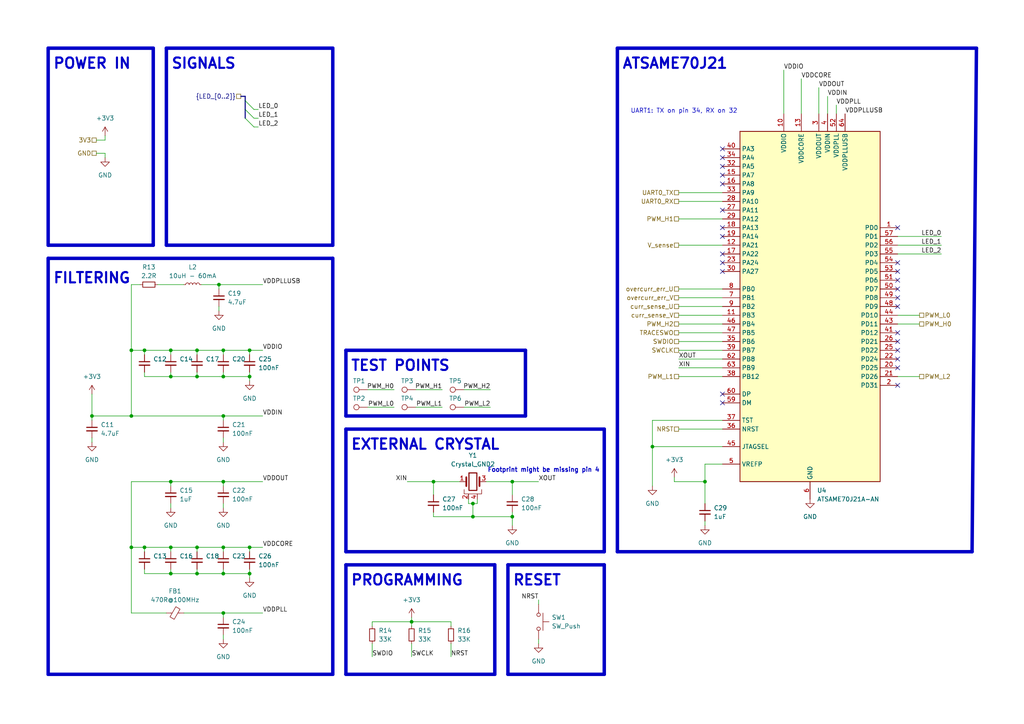
<source format=kicad_sch>
(kicad_sch (version 20211123) (generator eeschema)
  (paper "A4")
  (title_block (title "MCU") (date "2022-08-13") (rev "1"))
  (lib_symbols
    (symbol "Connector:TestPoint" (pin_numbers hide) (pin_names (offset 0.762) hide)
      (property "Reference" "TP" (at 0 6.858 0))
      (property "Value" "TestPoint" (at 0 5.08 0))
      (symbol "TestPoint_0_1"
        (circle (center 0 3.302) (radius 0.762))
      )
      (symbol "TestPoint_1_1"
        (pin passive line (at 0 0 90) (length 2.54) (name "1") (number "1"))
      )
    )
    (symbol "Device:C_Small" (pin_numbers hide) (pin_names (offset 0.254) hide)
      (property "Reference" "C" (at 0.254 1.778 0))
      (property "Value" "C_Small" (at 0.254 -2.032 0))
      (symbol "C_Small_0_1"
        (polyline (pts (xy -1.524 -0.508) (xy 1.524 -0.508)) (stroke (width 0.3302)))
        (polyline (pts (xy -1.524 0.508) (xy 1.524 0.508)) (stroke (width 0.3048)))
      )
      (symbol "C_Small_1_1"
        (pin passive line (at 0 2.54 270) (length 2.032) (name "~") (number "1"))
        (pin passive line (at 0 -2.54 90) (length 2.032) (name "~") (number "2"))
      )
    )
    (symbol "Device:Crystal_GND2" (pin_names (offset 1.016) hide)
      (property "Reference" "Y1" (at 0 7.62 0))
      (property "Value" "Crystal_GND2" (at 0 5.08 0))
      (symbol "Crystal_GND2_0_1"
        (rectangle (start -1.143 2.54) (end 1.143 -2.54) (stroke (width 0.3048)))
        (polyline (pts (xy -2.54 0) (xy -1.905 0)))
        (polyline (pts (xy -1.905 -1.27) (xy -1.905 1.27)) (stroke (width 0.508)))
        (polyline (pts (xy -1.27 -3.81) (xy -1.27 -3.556)))
        (polyline (pts (xy 1.27 -3.81) (xy 1.27 -3.556)))
        (polyline (pts (xy 1.905 0) (xy 2.54 0)))
        (polyline (pts (xy 1.905 1.27) (xy 1.905 -1.27)) (stroke (width 0.508)))
        (polyline (pts (xy -2.54 -2.286) (xy -2.54 -3.556) (xy 2.54 -3.556) (xy 2.54 -2.286)))
      )
      (symbol "Crystal_GND2_1_1"
        (pin passive line (at -3.81 0 0) (length 1.27) (name "1") (number "1"))
        (pin passive line (at -1.27 -5.08 90) (length 1.27) (name "2") (number "2"))
        (pin passive line (at 3.81 0 180) (length 1.27) (name "3") (number "3"))
        (pin passive line (at 1.27 -5.08 90) (length 1.27) (name "4") (number "4"))
      )
    )
    (symbol "Device:FerriteBead_Small" (pin_numbers hide) (pin_names (offset 0))
      (property "Reference" "FB" (at 1.905 1.27 0))
      (property "Value" "FerriteBead_Small" (at 1.905 -1.27 0))
      (symbol "FerriteBead_Small_0_1"
        (polyline (pts (xy 0 -1.27) (xy 0 -0.7874)))
        (polyline (pts (xy 0 0.889) (xy 0 1.2954)))
        (polyline (pts (xy -1.8288 0.2794) (xy -1.1176 1.4986) (xy 1.8288 -0.2032) (xy 1.1176 -1.4224) (xy -1.8288 0.2794)))
      )
      (symbol "FerriteBead_Small_1_1"
        (pin passive line (at 0 2.54 270) (length 1.27) (name "~") (number "1"))
        (pin passive line (at 0 -2.54 90) (length 1.27) (name "~") (number "2"))
      )
    )
    (symbol "Device:L_Small" (pin_numbers hide) (pin_names (offset 0.254) hide)
      (property "Reference" "L" (at 0.762 1.016 0))
      (property "Value" "L_Small" (at 0.762 -1.016 0))
      (symbol "L_Small_0_1"
        (arc (start 0 -2.032) (mid 0.508 -1.524) (end 0 -1.016))
        (arc (start 0 -1.016) (mid 0.508 -0.508) (end 0 0))
        (arc (start 0 0) (mid 0.508 0.508) (end 0 1.016))
        (arc (start 0 1.016) (mid 0.508 1.524) (end 0 2.032))
      )
      (symbol "L_Small_1_1"
        (pin passive line (at 0 2.54 270) (length 0.508) (name "~") (number "1"))
        (pin passive line (at 0 -2.54 90) (length 0.508) (name "~") (number "2"))
      )
    )
    (symbol "Device:R_Small" (pin_numbers hide) (pin_names (offset 0.254) hide)
      (property "Reference" "R" (at 0.762 0.508 0))
      (property "Value" "R_Small" (at 0.762 -1.016 0))
      (symbol "R_Small_0_1"
        (rectangle (start -0.762 1.778) (end 0.762 -1.778) (stroke (width 0.2032)))
      )
      (symbol "R_Small_1_1"
        (pin passive line (at 0 2.54 270) (length 0.762) (name "~") (number "1"))
        (pin passive line (at 0 -2.54 90) (length 0.762) (name "~") (number "2"))
      )
    )
    (symbol "MCU_Microchip_SAME:ATSAME70J21A-AN"
      (property "Reference" "U" (at -17.78 53.34 0))
      (property "Value" "ATSAME70J21A-AN" (at -12.7 -53.34 0))
      (symbol "ATSAME70J21A-AN_0_1"
        (rectangle (start -20.32 50.8) (end 20.32 -50.8) (stroke (width 0.254)) (fill (type background)))
      )
      (symbol "ATSAME70J21A-AN_1_0"
        (pin power_in line (at 10.16 55.88 270) (length 5.08) (name "VDDPLLUSB") (number "64"))
      )
      (symbol "ATSAME70J21A-AN_1_1"
        (pin bidirectional line (at 25.4 22.86 180) (length 5.08) (name "PD0") (number "1"))
        (pin power_in line (at -7.62 55.88 270) (length 5.08) (name "VDDIO") (number "10"))
        (pin bidirectional line (at -25.4 -2.54 0) (length 5.08) (name "PB3") (number "11"))
        (pin bidirectional line (at -25.4 17.78 0) (length 5.08) (name "PA21") (number "12"))
        (pin power_in line (at -2.54 55.88 270) (length 5.08) (name "VDDCORE") (number "13"))
        (pin passive line (at 0 -55.88 90) (length 5.08) hide (name "GND") (number "14"))
        (pin bidirectional line (at -25.4 38.1 0) (length 5.08) (name "PA7") (number "15"))
        (pin bidirectional line (at -25.4 35.56 0) (length 5.08) (name "PA8") (number "16"))
        (pin bidirectional line (at -25.4 15.24 0) (length 5.08) (name "PA22") (number "17"))
        (pin bidirectional line (at -25.4 22.86 0) (length 5.08) (name "PA13") (number "18"))
        (pin bidirectional line (at -25.4 20.32 0) (length 5.08) (name "PA14") (number "19"))
        (pin bidirectional line (at 25.4 -22.86 180) (length 5.08) (name "PD31") (number "2"))
        (pin bidirectional line (at 25.4 -17.78 180) (length 5.08) (name "PD25") (number "20"))
        (pin bidirectional line (at 25.4 -20.32 180) (length 5.08) (name "PD26") (number "21"))
        (pin bidirectional line (at 25.4 -15.24 180) (length 5.08) (name "PD24") (number "22"))
        (pin bidirectional line (at -25.4 12.7 0) (length 5.08) (name "PA24") (number "23"))
        (pin passive line (at -2.54 55.88 270) (length 5.08) hide (name "VDDCORE") (number "24"))
        (pin bidirectional line (at 25.4 -12.7 180) (length 5.08) (name "PD22") (number "25"))
        (pin bidirectional line (at 25.4 -10.16 180) (length 5.08) (name "PD21") (number "26"))
        (pin bidirectional line (at -25.4 27.94 0) (length 5.08) (name "PA11") (number "27"))
        (pin bidirectional line (at -25.4 30.48 0) (length 5.08) (name "PA10") (number "28"))
        (pin bidirectional line (at -25.4 25.4 0) (length 5.08) (name "PA12") (number "29"))
        (pin power_in line (at 2.54 55.88 270) (length 5.08) (name "VDDOUT") (number "3"))
        (pin bidirectional line (at -25.4 10.16 0) (length 5.08) (name "PA27") (number "30"))
        (pin passive line (at 0 -55.88 90) (length 5.08) hide (name "GND") (number "31"))
        (pin bidirectional line (at -25.4 40.64 0) (length 5.08) (name "PA5") (number "32"))
        (pin bidirectional line (at -25.4 33.02 0) (length 5.08) (name "PA9") (number "33"))
        (pin bidirectional line (at -25.4 43.18 0) (length 5.08) (name "PA4") (number "34"))
        (pin bidirectional line (at -25.4 -10.16 0) (length 5.08) (name "PB6") (number "35"))
        (pin bidirectional line (at -25.4 -35.56 0) (length 5.08) (name "NRST") (number "36"))
        (pin input line (at -25.4 -33.02 0) (length 5.08) (name "TST") (number "37"))
        (pin bidirectional line (at -25.4 -20.32 0) (length 5.08) (name "PB12") (number "38"))
        (pin bidirectional line (at -25.4 -12.7 0) (length 5.08) (name "PB7") (number "39"))
        (pin power_in line (at 5.08 55.88 270) (length 5.08) (name "VDDIN") (number "4"))
        (pin bidirectional line (at -25.4 45.72 0) (length 5.08) (name "PA3") (number "40"))
        (pin bidirectional line (at 25.4 -7.62 180) (length 5.08) (name "PD12") (number "41"))
        (pin passive line (at -7.62 55.88 270) (length 5.08) hide (name "VDDIO") (number "42"))
        (pin bidirectional line (at 25.4 -5.08 180) (length 5.08) (name "PD11") (number "43"))
        (pin bidirectional line (at 25.4 -2.54 180) (length 5.08) (name "PD10") (number "44"))
        (pin input line (at -25.4 -40.64 0) (length 5.08) (name "JTAGSEL") (number "45"))
        (pin bidirectional line (at -25.4 -5.08 0) (length 5.08) (name "PB4") (number "46"))
        (pin bidirectional line (at -25.4 -7.62 0) (length 5.08) (name "PB5") (number "47"))
        (pin bidirectional line (at 25.4 0 180) (length 5.08) (name "PD9") (number "48"))
        (pin bidirectional line (at 25.4 2.54 180) (length 5.08) (name "PD8") (number "49"))
        (pin input line (at -25.4 -45.72 0) (length 5.08) (name "VREFP") (number "5"))
        (pin bidirectional line (at 25.4 5.08 180) (length 5.08) (name "PD7") (number "50"))
        (pin bidirectional line (at 25.4 7.62 180) (length 5.08) (name "PD6") (number "51"))
        (pin power_in line (at 7.62 55.88 270) (length 5.08) (name "VDDPLL") (number "52"))
        (pin bidirectional line (at 25.4 10.16 180) (length 5.08) (name "PD5") (number "53"))
        (pin bidirectional line (at 25.4 12.7 180) (length 5.08) (name "PD4") (number "54"))
        (pin bidirectional line (at 25.4 15.24 180) (length 5.08) (name "PD3") (number "55"))
        (pin bidirectional line (at 25.4 17.78 180) (length 5.08) (name "PD2") (number "56"))
        (pin bidirectional line (at 25.4 20.32 180) (length 5.08) (name "PD1") (number "57"))
        (pin passive line (at -7.62 55.88 270) (length 5.08) hide (name "VDDIO") (number "58"))
        (pin bidirectional line (at -25.4 -27.94 0) (length 5.08) (name "DM") (number "59"))
        (pin power_in line (at 0 -55.88 90) (length 5.08) (name "GND") (number "6"))
        (pin bidirectional line (at -25.4 -25.4 0) (length 5.08) (name "DP") (number "60"))
        (pin passive line (at -2.54 55.88 270) (length 5.08) hide (name "VDDCORE") (number "61"))
        (pin bidirectional line (at -25.4 -15.24 0) (length 5.08) (name "PB8") (number "62"))
        (pin bidirectional line (at -25.4 -17.78 0) (length 5.08) (name "PB9") (number "63"))
        (pin bidirectional line (at -25.4 2.54 0) (length 5.08) (name "PB1") (number "7"))
        (pin bidirectional line (at -25.4 5.08 0) (length 5.08) (name "PB0") (number "8"))
        (pin bidirectional line (at -25.4 0 0) (length 5.08) (name "PB2") (number "9"))
      )
    )
    (symbol "Switch:SW_Push" (pin_numbers hide) (pin_names (offset 1.016) hide)
      (property "Reference" "SW" (at 1.27 2.54 0))
      (property "Value" "SW_Push" (at 0 -1.524 0))
      (symbol "SW_Push_0_1"
        (circle (center -2.032 0) (radius 0.508))
        (polyline (pts (xy 0 1.27) (xy 0 3.048)))
        (polyline (pts (xy 2.54 1.27) (xy -2.54 1.27)))
        (circle (center 2.032 0) (radius 0.508))
        (pin passive line (at -5.08 0 0) (length 2.54) (name "1") (number "1"))
        (pin passive line (at 5.08 0 180) (length 2.54) (name "2") (number "2"))
      )
    )
    (symbol "power:+3V3" (power) (pin_names (offset 0))
      (property "Value" "+3V3" (at 0 3.556 0))
      (symbol "+3V3_0_1"
        (polyline (pts (xy -0.762 1.27) (xy 0 2.54)))
        (polyline (pts (xy 0 0) (xy 0 2.54)))
        (polyline (pts (xy 0 2.54) (xy 0.762 1.27)))
      )
      (symbol "+3V3_1_1"
        (pin power_in line (at 0 0 90) (length 0) hide (name "+3V3") (number "1"))
      )
    )
    (symbol "power:GND" (power) (pin_names (offset 0))
      (property "Value" "GND" (at 0 -3.81 0))
      (symbol "GND_0_1"
        (polyline (pts (xy 0 0) (xy 0 -1.27) (xy 1.27 -1.27) (xy 0 -2.54) (xy -1.27 -1.27) (xy 0 -1.27)))
      )
      (symbol "GND_1_1"
        (pin power_in line (at 0 0 270) (length 0) hide (name "GND") (number "1"))
      )
    )
  )
  (junction (at 57.15 166.37))
  (junction (at 64.77 120.65))
  (junction (at 57.15 109.22))
  (junction (at 64.77 109.22))
  (junction (at 63.5 82.55))
  (junction (at 137.16 146.05))
  (junction (at 49.53 158.75))
  (junction (at 41.91 158.75))
  (junction (at 49.53 139.7))
  (junction (at 38.1 158.75))
  (junction (at 72.39 166.37))
  (junction (at 148.59 139.7))
  (junction (at 26.67 120.65))
  (junction (at 64.77 177.8))
  (junction (at 72.39 158.75))
  (junction (at 72.39 109.22))
  (junction (at 189.23 129.54))
  (junction (at 57.15 101.6))
  (junction (at 119.38 180.34))
  (junction (at 137.16 149.86))
  (junction (at 57.15 158.75))
  (junction (at 64.77 101.6))
  (junction (at 125.73 139.7))
  (junction (at 64.77 158.75))
  (junction (at 41.91 101.6))
  (junction (at 38.1 120.65))
  (junction (at 148.59 149.86))
  (junction (at 49.53 101.6))
  (junction (at 64.77 139.7))
  (junction (at 49.53 109.22))
  (junction (at 64.77 166.37))
  (junction (at 204.47 139.7))
  (junction (at 38.1 101.6))
  (junction (at 72.39 101.6))
  (junction (at 49.53 166.37))
  (no_connect (at 209.55 78.74))
  (no_connect (at 209.55 76.2))
  (no_connect (at 209.55 73.66))
  (no_connect (at 209.55 68.58))
  (no_connect (at 209.55 43.18))
  (no_connect (at 209.55 60.96))
  (no_connect (at 209.55 53.34))
  (no_connect (at 209.55 66.04))
  (no_connect (at 209.55 50.8))
  (no_connect (at 209.55 116.84))
  (no_connect (at 209.55 114.3))
  (no_connect (at 260.35 96.52))
  (no_connect (at 260.35 78.74))
  (no_connect (at 260.35 66.04))
  (no_connect (at 260.35 76.2))
  (no_connect (at 260.35 88.9))
  (no_connect (at 260.35 86.36))
  (no_connect (at 260.35 83.82))
  (no_connect (at 260.35 81.28))
  (no_connect (at 260.35 99.06))
  (no_connect (at 260.35 111.76))
  (no_connect (at 260.35 104.14))
  (no_connect (at 260.35 106.68))
  (no_connect (at 260.35 101.6))
  (no_connect (at 209.55 45.72))
  (no_connect (at 209.55 48.26))
  (bus_entry (at 71.12 34.29) (size 2.54 2.54))
  (bus_entry (at 71.12 31.75) (size 2.54 2.54))
  (bus_entry (at 71.12 29.21) (size 2.54 2.54))
  (wire (pts (xy 119.38 180.34) (xy 130.81 180.34)))
  (wire (pts (xy 63.5 82.55) (xy 76.2 82.55)))
  (polyline (pts (xy 175.26 124.46) (xy 100.33 124.46)) (stroke (width 1) (type solid)))
  (wire (pts (xy 49.53 146.05) (xy 49.53 147.32)))
  (polyline (pts (xy 143.51 163.83) (xy 143.51 195.58)) (stroke (width 1) (type solid)))
  (polyline (pts (xy 283.21 13.97) (xy 179.07 13.97)) (stroke (width 1) (type solid)))
  (wire (pts (xy 38.1 158.75) (xy 38.1 177.8)))
  (wire (pts (xy 64.77 165.1) (xy 64.77 166.37)))
  (wire (pts (xy 38.1 101.6) (xy 38.1 120.65)))
  (wire (pts (xy 260.35 109.22) (xy 266.7 109.22)))
  (wire (pts (xy 189.23 121.92) (xy 189.23 129.54)))
  (polyline (pts (xy 281.94 160.02) (xy 179.07 160.02)) (stroke (width 1) (type solid)))
  (wire (pts (xy 57.15 165.1) (xy 57.15 166.37)))
  (wire (pts (xy 49.53 158.75) (xy 57.15 158.75)))
  (wire (pts (xy 26.67 127) (xy 26.67 128.27)))
  (wire (pts (xy 195.58 139.7) (xy 204.47 139.7)))
  (wire (pts (xy 57.15 101.6) (xy 64.77 101.6)))
  (wire (pts (xy 49.53 160.02) (xy 49.53 158.75)))
  (wire (pts (xy 38.1 158.75) (xy 41.91 158.75)))
  (wire (pts (xy 64.77 109.22) (xy 72.39 109.22)))
  (polyline (pts (xy 13.97 74.93) (xy 96.52 74.93)) (stroke (width 1) (type solid)))
  (wire (pts (xy 204.47 151.13) (xy 204.47 152.4)))
  (wire (pts (xy 119.38 179.07) (xy 119.38 180.34)))
  (polyline (pts (xy 48.26 71.12) (xy 96.52 71.12)) (stroke (width 1) (type solid)))
  (polyline (pts (xy 44.45 13.97) (xy 44.45 71.12)) (stroke (width 1) (type solid)))
  (wire (pts (xy 38.1 139.7) (xy 38.1 158.75)))
  (wire (pts (xy 64.77 127) (xy 64.77 128.27)))
  (wire (pts (xy 135.89 146.05) (xy 137.16 146.05)))
  (wire (pts (xy 64.77 166.37) (xy 72.39 166.37)))
  (wire (pts (xy 57.15 166.37) (xy 64.77 166.37)))
  (wire (pts (xy 156.21 185.42) (xy 156.21 186.69)))
  (wire (pts (xy 119.38 180.34) (xy 119.38 181.61)))
  (wire (pts (xy 125.73 139.7) (xy 133.35 139.7)))
  (polyline (pts (xy 175.26 195.58) (xy 175.26 163.83)) (stroke (width 1) (type solid)))
  (wire (pts (xy 49.53 101.6) (xy 57.15 101.6)))
  (polyline (pts (xy 100.33 124.46) (xy 100.33 160.02)) (stroke (width 1) (type solid)))
  (wire (pts (xy 57.15 109.22) (xy 64.77 109.22)))
  (wire (pts (xy 204.47 134.62) (xy 209.55 134.62)))
  (wire (pts (xy 63.5 88.9) (xy 63.5 90.17)))
  (wire (pts (xy 45.72 82.55) (xy 53.34 82.55)))
  (wire (pts (xy 138.43 146.05) (xy 138.43 144.78)))
  (wire (pts (xy 72.39 158.75) (xy 76.2 158.75)))
  (wire (pts (xy 120.65 113.03) (xy 128.27 113.03)))
  (polyline (pts (xy 147.32 163.83) (xy 147.32 195.58)) (stroke (width 1) (type solid)))
  (polyline (pts (xy 96.52 13.97) (xy 96.52 71.12)) (stroke (width 1) (type solid)))
  (wire (pts (xy 134.62 118.11) (xy 142.24 118.11)))
  (wire (pts (xy 64.77 158.75) (xy 72.39 158.75)))
  (wire (pts (xy 196.85 104.14) (xy 209.55 104.14)))
  (wire (pts (xy 125.73 148.59) (xy 125.73 149.86)))
  (wire (pts (xy 196.85 88.9) (xy 209.55 88.9)))
  (wire (pts (xy 41.91 166.37) (xy 49.53 166.37)))
  (wire (pts (xy 64.77 102.87) (xy 64.77 101.6)))
  (wire (pts (xy 196.85 101.6) (xy 209.55 101.6)))
  (wire (pts (xy 38.1 82.55) (xy 40.64 82.55)))
  (wire (pts (xy 260.35 91.44) (xy 266.7 91.44)))
  (wire (pts (xy 41.91 165.1) (xy 41.91 166.37)))
  (wire (pts (xy 148.59 139.7) (xy 156.21 139.7)))
  (wire (pts (xy 64.77 121.92) (xy 64.77 120.65)))
  (wire (pts (xy 72.39 102.87) (xy 72.39 101.6)))
  (wire (pts (xy 38.1 139.7) (xy 49.53 139.7)))
  (wire (pts (xy 137.16 149.86) (xy 148.59 149.86)))
  (wire (pts (xy 57.15 107.95) (xy 57.15 109.22)))
  (polyline (pts (xy 179.07 13.97) (xy 179.07 160.02)) (stroke (width 1) (type solid)))
  (wire (pts (xy 125.73 139.7) (xy 125.73 143.51)))
  (wire (pts (xy 260.35 93.98) (xy 266.7 93.98)))
  (wire (pts (xy 106.68 113.03) (xy 114.3 113.03)))
  (polyline (pts (xy 48.26 13.97) (xy 96.52 13.97)) (stroke (width 1) (type solid)))
  (wire (pts (xy 26.67 121.92) (xy 26.67 120.65)))
  (wire (pts (xy 196.85 91.44) (xy 209.55 91.44)))
  (wire (pts (xy 49.53 139.7) (xy 49.53 140.97)))
  (polyline (pts (xy 175.26 160.02) (xy 100.33 160.02)) (stroke (width 1) (type solid)))
  (wire (pts (xy 140.97 139.7) (xy 148.59 139.7)))
  (wire (pts (xy 137.16 146.05) (xy 138.43 146.05)))
  (wire (pts (xy 209.55 121.92) (xy 189.23 121.92)))
  (wire (pts (xy 38.1 120.65) (xy 26.67 120.65)))
  (wire (pts (xy 64.77 139.7) (xy 64.77 140.97)))
  (wire (pts (xy 196.85 93.98) (xy 209.55 93.98)))
  (wire (pts (xy 63.5 83.82) (xy 63.5 82.55)))
  (wire (pts (xy 64.77 139.7) (xy 76.2 139.7)))
  (wire (pts (xy 57.15 158.75) (xy 64.77 158.75)))
  (wire (pts (xy 27.94 44.45) (xy 30.48 44.45)))
  (wire (pts (xy 204.47 139.7) (xy 204.47 146.05)))
  (wire (pts (xy 260.35 68.58) (xy 273.05 68.58)))
  (wire (pts (xy 38.1 120.65) (xy 64.77 120.65)))
  (wire (pts (xy 38.1 101.6) (xy 41.91 101.6)))
  (wire (pts (xy 41.91 158.75) (xy 49.53 158.75)))
  (wire (pts (xy 196.85 86.36) (xy 209.55 86.36)))
  (wire (pts (xy 240.03 27.94) (xy 240.03 33.02)))
  (wire (pts (xy 196.85 109.22) (xy 209.55 109.22)))
  (wire (pts (xy 64.77 177.8) (xy 64.77 179.07)))
  (wire (pts (xy 41.91 102.87) (xy 41.91 101.6)))
  (wire (pts (xy 73.66 36.83) (xy 74.93 36.83)))
  (wire (pts (xy 41.91 160.02) (xy 41.91 158.75)))
  (wire (pts (xy 49.53 109.22) (xy 57.15 109.22)))
  (polyline (pts (xy 100.33 195.58) (xy 143.51 195.58)) (stroke (width 1) (type solid)))
  (polyline (pts (xy 13.97 13.97) (xy 13.97 71.12)) (stroke (width 1) (type solid)))
  (wire (pts (xy 64.77 146.05) (xy 64.77 147.32)))
  (polyline (pts (xy 143.51 163.83) (xy 100.33 163.83)) (stroke (width 1) (type solid)))
  (polyline (pts (xy 152.4 120.65) (xy 100.33 120.65)) (stroke (width 1) (type solid)))
  (wire (pts (xy 73.66 34.29) (xy 74.93 34.29)))
  (wire (pts (xy 49.53 166.37) (xy 57.15 166.37)))
  (wire (pts (xy 48.26 177.8) (xy 38.1 177.8)))
  (wire (pts (xy 53.34 177.8) (xy 64.77 177.8)))
  (wire (pts (xy 196.85 96.52) (xy 209.55 96.52)))
  (wire (pts (xy 72.39 166.37) (xy 72.39 167.64)))
  (wire (pts (xy 148.59 139.7) (xy 148.59 143.51)))
  (wire (pts (xy 119.38 186.69) (xy 119.38 190.5)))
  (wire (pts (xy 72.39 166.37) (xy 72.39 165.1)))
  (wire (pts (xy 64.77 120.65) (xy 76.2 120.65)))
  (wire (pts (xy 107.95 180.34) (xy 119.38 180.34)))
  (bus (pts (xy 69.85 27.94) (xy 71.12 27.94)))
  (wire (pts (xy 27.94 40.64) (xy 30.48 40.64)))
  (wire (pts (xy 148.59 149.86) (xy 148.59 152.4)))
  (wire (pts (xy 30.48 39.37) (xy 30.48 40.64)))
  (wire (pts (xy 189.23 129.54) (xy 209.55 129.54)))
  (polyline (pts (xy 152.4 101.6) (xy 100.33 101.6)) (stroke (width 1) (type solid)))
  (polyline (pts (xy 13.97 74.93) (xy 13.97 195.58)) (stroke (width 1) (type solid)))
  (wire (pts (xy 30.48 44.45) (xy 30.48 45.72)))
  (wire (pts (xy 196.85 99.06) (xy 209.55 99.06)))
  (wire (pts (xy 64.77 101.6) (xy 72.39 101.6)))
  (wire (pts (xy 130.81 181.61) (xy 130.81 180.34)))
  (wire (pts (xy 41.91 107.95) (xy 41.91 109.22)))
  (polyline (pts (xy 175.26 124.46) (xy 175.26 160.02)) (stroke (width 1) (type solid)))
  (wire (pts (xy 107.95 181.61) (xy 107.95 180.34)))
  (wire (pts (xy 49.53 102.87) (xy 49.53 101.6)))
  (wire (pts (xy 125.73 149.86) (xy 137.16 149.86)))
  (wire (pts (xy 26.67 114.3) (xy 26.67 120.65)))
  (wire (pts (xy 260.35 71.12) (xy 273.05 71.12)))
  (wire (pts (xy 57.15 102.87) (xy 57.15 101.6)))
  (wire (pts (xy 189.23 140.97) (xy 189.23 129.54)))
  (bus (pts (xy 71.12 27.94) (xy 71.12 29.21)))
  (wire (pts (xy 64.77 107.95) (xy 64.77 109.22)))
  (bus (pts (xy 71.12 31.75) (xy 71.12 34.29)))
  (polyline (pts (xy 48.26 13.97) (xy 48.26 71.12)) (stroke (width 1) (type solid)))
  (wire (pts (xy 237.49 25.4) (xy 237.49 33.02)))
  (wire (pts (xy 49.53 165.1) (xy 49.53 166.37)))
  (wire (pts (xy 196.85 58.42) (xy 209.55 58.42)))
  (wire (pts (xy 196.85 63.5) (xy 209.55 63.5)))
  (wire (pts (xy 196.85 124.46) (xy 209.55 124.46)))
  (wire (pts (xy 72.39 160.02) (xy 72.39 158.75)))
  (wire (pts (xy 196.85 71.12) (xy 209.55 71.12)))
  (polyline (pts (xy 13.97 13.97) (xy 44.45 13.97)) (stroke (width 1) (type solid)))
  (wire (pts (xy 41.91 101.6) (xy 49.53 101.6)))
  (wire (pts (xy 49.53 107.95) (xy 49.53 109.22)))
  (polyline (pts (xy 96.52 195.58) (xy 13.97 195.58)) (stroke (width 1) (type solid)))
  (wire (pts (xy 196.85 55.88) (xy 209.55 55.88)))
  (polyline (pts (xy 283.21 13.97) (xy 281.94 160.02)) (stroke (width 1) (type solid)))
  (wire (pts (xy 38.1 82.55) (xy 38.1 101.6)))
  (wire (pts (xy 134.62 113.03) (xy 142.24 113.03)))
  (wire (pts (xy 118.11 139.7) (xy 125.73 139.7)))
  (wire (pts (xy 148.59 148.59) (xy 148.59 149.86)))
  (wire (pts (xy 260.35 73.66) (xy 273.05 73.66)))
  (wire (pts (xy 196.85 106.68) (xy 209.55 106.68)))
  (wire (pts (xy 106.68 118.11) (xy 114.3 118.11)))
  (wire (pts (xy 49.53 139.7) (xy 64.77 139.7)))
  (bus (pts (xy 71.12 29.21) (xy 71.12 31.75)))
  (wire (pts (xy 41.91 109.22) (xy 49.53 109.22)))
  (wire (pts (xy 204.47 134.62) (xy 204.47 139.7)))
  (wire (pts (xy 107.95 190.5) (xy 107.95 186.69)))
  (polyline (pts (xy 100.33 163.83) (xy 100.33 195.58)) (stroke (width 1) (type solid)))
  (wire (pts (xy 64.77 184.15) (xy 64.77 185.42)))
  (wire (pts (xy 64.77 160.02) (xy 64.77 158.75)))
  (wire (pts (xy 227.33 20.32) (xy 227.33 33.02)))
  (wire (pts (xy 64.77 177.8) (xy 76.2 177.8)))
  (wire (pts (xy 72.39 109.22) (xy 72.39 110.49)))
  (polyline (pts (xy 96.52 74.93) (xy 96.52 195.58)) (stroke (width 1) (type solid)))
  (wire (pts (xy 232.41 22.86) (xy 232.41 33.02)))
  (wire (pts (xy 58.42 82.55) (xy 63.5 82.55)))
  (wire (pts (xy 195.58 138.43) (xy 195.58 139.7)))
  (polyline (pts (xy 147.32 195.58) (xy 175.26 195.58)) (stroke (width 1) (type solid)))
  (polyline (pts (xy 175.26 163.83) (xy 147.32 163.83)) (stroke (width 1) (type solid)))
  (polyline (pts (xy 152.4 101.6) (xy 152.4 120.65)) (stroke (width 1) (type solid)))
  (wire (pts (xy 72.39 101.6) (xy 76.2 101.6)))
  (polyline (pts (xy 13.97 71.12) (xy 44.45 71.12)) (stroke (width 1) (type solid)))
  (wire (pts (xy 73.66 31.75) (xy 74.93 31.75)))
  (wire (pts (xy 57.15 160.02) (xy 57.15 158.75)))
  (wire (pts (xy 135.89 144.78) (xy 135.89 146.05)))
  (polyline (pts (xy 100.33 101.6) (xy 100.33 120.65)) (stroke (width 1) (type solid)))
  (wire (pts (xy 130.81 186.69) (xy 130.81 190.5)))
  (wire (pts (xy 72.39 109.22) (xy 72.39 107.95)))
  (wire (pts (xy 156.21 173.99) (xy 156.21 175.26)))
  (wire (pts (xy 242.57 30.48) (xy 242.57 33.02)))
  (wire (pts (xy 196.85 83.82) (xy 209.55 83.82)))
  (wire (pts (xy 120.65 118.11) (xy 128.27 118.11)))
  (wire (pts (xy 137.16 146.05) (xy 137.16 149.86)))
  (text "POWER IN" (at 15.24 20.32 0) (effects (font (size 3 3) bold) (justify left bottom)))
  (text "ATSAME70J21" (at 180.34 20.32 0) (effects (font (size 3 3) (thickness 0.6) bold) (justify left bottom)))
  (text "SIGNALS" (at 49.53 20.32 0) (effects (font (size 3 3) bold) (justify left bottom)))
  (text "EXTERNAL CRYSTAL" (at 101.6 130.81 0) (effects (font (size 3 3) (thickness 0.6) bold) (justify left bottom)))
  (text "UART1: TX on pin 34, RX on 32" (at 182.88 33.02 0) (effects (font (size 1.27 1.27)) (justify left bottom)))
  (text "RESET" (at 148.59 170.18 0) (effects (font (size 3 3) (thickness 0.6) bold) (justify left bottom)))
  (text "TEST POINTS" (at 101.6 107.95 0) (effects (font (size 3 3) (thickness 0.6) bold) (justify left bottom)))
  (text "Footprint might be missing pin 4" (at 173.99 137.16 180) (effects (font (size 1.27 1.27) (thickness 0.254) bold) (justify right bottom)))
  (text "PROGRAMMING" (at 101.6 170.18 0) (effects (font (size 3 3) (thickness 0.6) bold) (justify left bottom)))
  (text "FILTERING" (at 15.24 82.55 0) (effects (font (size 3 3) (thickness 0.6) bold) (justify left bottom)))
  (label "XIN" (at 118.11 139.7 180))
  (label "VDDCORE" (at 76.2 158.75 0))
  (label "LED_2" (at 74.93 36.83 0))
  (label "PWM_H1" (at 128.27 113.03 180))
  (label "XOUT" (at 196.85 104.14 0))
  (label "VDDIO" (at 76.2 101.6 0))
  (label "LED_2" (at 273.05 73.66 180))
  (label "LED_1" (at 273.05 71.12 180))
  (label "XIN" (at 196.85 106.68 0))
  (label "LED_0" (at 74.93 31.75 0))
  (label "NRST" (at 156.21 173.99 180))
  (label "LED_1" (at 74.93 34.29 0))
  (label "PWM_L2" (at 142.24 118.11 180))
  (label "VDDPLL" (at 242.57 30.48 0))
  (label "VDDPLLUSB" (at 245.11 33.02 0))
  (label "SWDIO" (at 107.95 190.5 0))
  (label "VDDIO" (at 227.33 20.32 0))
  (label "PWM_L0" (at 114.3 118.11 180))
  (label "PWM_H2" (at 142.24 113.03 180))
  (label "VDDOUT" (at 76.2 139.7 0))
  (label "NRST" (at 130.81 190.5 0))
  (label "VDDPLLUSB" (at 76.2 82.55 0))
  (label "LED_0" (at 273.05 68.58 180))
  (label "VDDPLL" (at 76.2 177.8 0))
  (label "VDDOUT" (at 237.49 25.4 0))
  (label "PWM_H0" (at 114.3 113.03 180))
  (label "VDDCORE" (at 232.41 22.86 0))
  (label "PWM_L1" (at 128.27 118.11 180))
  (label "VDDIN" (at 76.2 120.65 0))
  (label "SWCLK" (at 119.38 190.5 0))
  (label "XOUT" (at 156.21 139.7 0))
  (label "VDDIN" (at 240.03 27.94 0))
  (hierarchical_label "TRACESWO" (shape passive) (at 196.85 96.52 180))
  (hierarchical_label "PWM_L2" (shape passive) (at 266.7 109.22 0))
  (hierarchical_label "GND" (shape passive) (at 27.94 44.45 180))
  (hierarchical_label "curr_sense_U" (shape passive) (at 196.85 88.9 180))
  (hierarchical_label "V_sense" (shape passive) (at 196.85 71.12 180))
  (hierarchical_label "PWM_L1" (shape passive) (at 196.85 109.22 180))
  (hierarchical_label "overcurr_err_V" (shape passive) (at 196.85 86.36 180))
  (hierarchical_label "PWM_L0" (shape passive) (at 266.7 91.44 0))
  (hierarchical_label "SWDIO" (shape passive) (at 196.85 99.06 180))
  (hierarchical_label "SWCLK" (shape passive) (at 196.85 101.6 180))
  (hierarchical_label "3V3" (shape passive) (at 27.94 40.64 180))
  (hierarchical_label "curr_sense_V" (shape passive) (at 196.85 91.44 180))
  (hierarchical_label "PWM_H2" (shape passive) (at 196.85 93.98 180))
  (hierarchical_label "{LED_[0..2]}" (shape passive) (at 69.85 27.94 180))
  (hierarchical_label "PWM_H1" (shape passive) (at 196.85 63.5 180))
  (hierarchical_label "UART0_RX" (shape passive) (at 196.85 58.42 180))
  (hierarchical_label "PWM_H0" (shape passive) (at 266.7 93.98 0))
  (hierarchical_label "UART0_TX" (shape passive) (at 196.85 55.88 180))
  (hierarchical_label "overcurr_err_U" (shape passive) (at 196.85 83.82 180))
  (hierarchical_label "NRST" (shape passive) (at 196.85 124.46 180))
  (symbol (lib_id "power:GND") (at 64.77 147.32 0) (unit 1)
    (property "Reference" "#PWR044" (effects hide))
    (property "Value" "GND" (at 64.77 152.4 0))
  )
  (symbol (lib_id "Connector:TestPoint") (at 120.65 113.03 90) (unit 1)
    (property "Reference" "TP3" (at 118.11 110.49 90))
    (property "Value" "TestPoint" (effects hide))
    (property "Footprint" "TestPoint:TestPoint_Pad_D2.0mm" (effects hide))
  )
  (symbol (lib_id "power:GND") (at 72.39 167.64 0) (unit 1)
    (property "Reference" "#PWR047" (effects hide))
    (property "Value" "GND" (at 72.39 172.72 0))
  )
  (symbol (lib_id "power:+3V3") (at 195.58 138.43 0) (unit 1)
    (property "Reference" "#PWR052" (effects hide))
    (property "Value" "+3V3" (at 195.58 133.35 0))
  )
  (symbol (lib_id "Device:C_Small") (at 49.53 162.56 0) (unit 1)
    (property "Reference" "C16" (at 52.07 161.2962 0) (effects (justify left)))
    (property "Value" "100nF" (effects hide))
    (property "Footprint" "Capacitor_SMD:C_0603_1608Metric" (effects hide))
  )
  (symbol (lib_id "Device:C_Small") (at 64.77 105.41 0) (unit 1)
    (property "Reference" "C20" (at 67.31 104.1462 0) (effects (justify left)))
    (property "Value" "100nF" (effects hide))
    (property "Footprint" "Capacitor_SMD:C_0603_1608Metric" (effects hide))
  )
  (symbol (lib_id "Device:C_Small") (at 64.77 124.46 0) (unit 1)
    (property "Reference" "C21" (at 67.31 123.1962 0) (effects (justify left)))
    (property "Value" "100nF" (at 67.31 125.7362 0) (effects (justify left)))
    (property "Footprint" "Capacitor_SMD:C_0603_1608Metric" (effects hide))
  )
  (symbol (lib_id "Connector:TestPoint") (at 120.65 118.11 90) (unit 1)
    (property "Reference" "TP4" (at 118.11 115.57 90))
    (property "Value" "TestPoint" (effects hide))
    (property "Footprint" "TestPoint:TestPoint_Pad_D2.0mm" (effects hide))
  )
  (symbol (lib_id "MCU_Microchip_SAME:ATSAME70J21A-AN") (at 234.95 88.9 0) (unit 1)
    (property "Reference" "U4" (at 236.9694 142.24 0) (effects (justify left)))
    (property "Value" "ATSAME70J21A-AN" (at 236.9694 144.78 0) (effects (justify left)))
    (property "Footprint" "Package_QFP:LQFP-64_10x10mm_P0.5mm" (effects hide))
    (property "Datasheet" "http://ww1.microchip.com/downloads/en/DeviceDoc/SAM-E70-S70-V70-V71-Family-Data-Sheet-DS60001527D.pdf" (effects hide))
  )
  (symbol (lib_id "Connector:TestPoint") (at 134.62 118.11 90) (unit 1)
    (property "Reference" "TP6" (at 132.08 115.57 90))
    (property "Value" "TestPoint" (effects hide))
    (property "Footprint" "TestPoint:TestPoint_Pad_D2.0mm" (effects hide))
  )
  (symbol (lib_id "Device:Crystal_GND2") (at 137.16 139.7 0) (unit 1)
    (property "Reference" "Y1" (at 137.16 132.08 0))
    (property "Value" "Crystal_GND2" (at 137.16 134.62 0))
    (property "Footprint" "ECS-120-10-33B-CKM-TR:XTAL_ECS-120-10-33B-CKM-TR" (effects hide))
    (property "Datasheet" "https://ecsxtal.com/store/pdf/ECS-33B.pdf" (effects hide))
    (property "Part no" "ECS-120-10-33B-CKM-TR" (effects hide))
  )
  (symbol (lib_id "Device:C_Small") (at 57.15 162.56 0) (unit 1)
    (property "Reference" "C18" (at 59.69 161.2962 0) (effects (justify left)))
    (property "Value" "100nF" (effects hide))
    (property "Footprint" "Capacitor_SMD:C_0603_1608Metric" (effects hide))
  )
  (symbol (lib_id "Device:R_Small") (at 130.81 184.15 0) (unit 1)
    (property "Reference" "R16" (at 134.62 182.88 0))
    (property "Value" "33K" (at 134.62 185.42 0))
    (property "Footprint" "Resistor_SMD:R_0603_1608Metric" (effects hide))
  )
  (symbol (lib_id "Device:C_Small") (at 72.39 162.56 0) (unit 1)
    (property "Reference" "C26" (at 74.93 161.2962 0) (effects (justify left)))
    (property "Value" "100nF" (at 74.93 163.8362 0) (effects (justify left)))
    (property "Footprint" "Capacitor_SMD:C_0603_1608Metric" (effects hide))
  )
  (symbol (lib_id "Connector:TestPoint") (at 106.68 118.11 90) (unit 1)
    (property "Reference" "TP2" (at 104.14 115.57 90))
    (property "Value" "TestPoint" (effects hide))
    (property "Footprint" "TestPoint:TestPoint_Pad_D2.0mm" (effects hide))
  )
  (symbol (lib_id "power:GND") (at 204.47 152.4 0) (unit 1)
    (property "Reference" "#PWR053" (effects hide))
    (property "Value" "GND" (at 204.47 157.48 0))
  )
  (symbol (lib_id "power:GND") (at 72.39 110.49 0) (unit 1)
    (property "Reference" "#PWR046" (effects hide))
    (property "Value" "GND" (at 72.39 115.57 0))
  )
  (symbol (lib_id "power:GND") (at 49.53 147.32 0) (unit 1)
    (property "Reference" "#PWR041" (effects hide))
    (property "Value" "GND" (at 49.53 152.4 0))
  )
  (symbol (lib_id "Connector:TestPoint") (at 134.62 113.03 90) (unit 1)
    (property "Reference" "TP5" (at 132.08 110.49 90))
    (property "Value" "TestPoint" (effects hide))
    (property "Footprint" "TestPoint:TestPoint_Pad_D2.0mm" (effects hide))
  )
  (symbol (lib_id "Device:L_Small") (at 55.88 82.55 90) (unit 1)
    (property "Reference" "L2" (at 55.88 77.47 90))
    (property "Value" "10uH - 60mA" (at 55.88 80.01 90))
    (property "Footprint" "Inductor_SMD:L_0603_1608Metric" (effects hide))
    (property "Datasheet" "https://ds.yuden.co.jp/TYCOMPAS/ut/detail?pn=LLQBA160808T100M&u=M" (effects hide))
    (property "Part no" "LB1608T100M" (effects hide))
  )
  (symbol (lib_id "Device:C_Small") (at 49.53 105.41 0) (unit 1)
    (property "Reference" "C14" (at 52.07 104.1462 0) (effects (justify left)))
    (property "Value" "100nF" (effects hide))
    (property "Footprint" "Capacitor_SMD:C_0603_1608Metric" (effects hide))
  )
  (symbol (lib_id "power:GND") (at 189.23 140.97 0) (unit 1)
    (property "Reference" "#PWR051" (effects hide))
    (property "Value" "GND" (at 189.23 146.05 0))
  )
  (symbol (lib_id "power:GND") (at 63.5 90.17 0) (unit 1)
    (property "Reference" "#PWR042" (effects hide))
    (property "Value" "GND" (at 63.5 95.25 0))
  )
  (symbol (lib_id "Device:R_Small") (at 107.95 184.15 180) (unit 1)
    (property "Reference" "R14" (at 111.76 182.88 0))
    (property "Value" "33K" (at 111.76 185.42 0))
    (property "Footprint" "Resistor_SMD:R_0603_1608Metric" (effects hide))
  )
  (symbol (lib_id "power:GND") (at 148.59 152.4 0) (unit 1)
    (property "Reference" "#PWR049" (effects hide))
    (property "Value" "GND" (at 148.59 157.48 0))
  )
  (symbol (lib_id "Device:C_Small") (at 72.39 105.41 0) (unit 1)
    (property "Reference" "C25" (at 74.93 104.1462 0) (effects (justify left)))
    (property "Value" "100nF" (at 74.93 106.6862 0) (effects (justify left)))
    (property "Footprint" "Capacitor_SMD:C_0603_1608Metric" (effects hide))
  )
  (symbol (lib_id "Device:C_Small") (at 64.77 181.61 0) (unit 1)
    (property "Reference" "C24" (at 67.31 180.3462 0) (effects (justify left)))
    (property "Value" "100nF" (at 67.31 182.8862 0) (effects (justify left)))
    (property "Footprint" "Capacitor_SMD:C_0603_1608Metric" (effects hide))
  )
  (symbol (lib_id "power:GND") (at 234.95 144.78 0) (unit 1)
    (property "Reference" "#PWR054" (effects hide))
    (property "Value" "GND" (at 234.95 149.86 0))
  )
  (symbol (lib_id "Switch:SW_Push") (at 156.21 180.34 270) (unit 1)
    (property "Reference" "SW1" (at 160.02 179.0699 90) (effects (justify left)))
    (property "Value" "SW_Push" (at 160.02 181.6099 90) (effects (justify left)))
    (property "Footprint" "FSM2JMTR:1478731" (effects hide))
    (property "Datasheet" "https://www.te.com/commerce/DocumentDelivery/DDEController?Action=srchrtrv&DocNm=147873&DocType=Customer+Drawing&DocLang=English" (effects hide))
    (property "Part no" "FSM2JMTR" (effects hide))
  )
  (symbol (lib_id "Device:C_Small") (at 41.91 105.41 0) (unit 1)
    (property "Reference" "C12" (at 44.45 104.1462 0) (effects (justify left)))
    (property "Value" "100nF" (effects hide))
    (property "Footprint" "Capacitor_SMD:C_0603_1608Metric" (effects hide))
  )
  (symbol (lib_id "Device:C_Small") (at 26.67 124.46 0) (unit 1)
    (property "Reference" "C11" (at 29.21 123.1962 0) (effects (justify left)))
    (property "Value" "4.7uF" (at 29.21 125.7362 0) (effects (justify left)))
    (property "Footprint" "Capacitor_SMD:C_0603_1608Metric" (effects hide))
  )
  (symbol (lib_id "power:GND") (at 64.77 128.27 0) (unit 1)
    (property "Reference" "#PWR043" (effects hide))
    (property "Value" "GND" (at 64.77 133.35 0))
  )
  (symbol (lib_id "Device:C_Small") (at 41.91 162.56 0) (unit 1)
    (property "Reference" "C13" (at 44.45 161.2962 0) (effects (justify left)))
    (property "Value" "100nF" (effects hide))
    (property "Footprint" "Capacitor_SMD:C_0603_1608Metric" (effects hide))
  )
  (symbol (lib_id "Device:C_Small") (at 148.59 146.05 0) (unit 1)
    (property "Reference" "C28" (at 151.13 144.7862 0) (effects (justify left)))
    (property "Value" "100nF" (at 151.13 147.3262 0) (effects (justify left)))
    (property "Footprint" "Capacitor_SMD:C_0603_1608Metric" (effects hide))
  )
  (symbol (lib_id "Device:C_Small") (at 204.47 148.59 0) (unit 1)
    (property "Reference" "C29" (at 207.01 147.3262 0) (effects (justify left)))
    (property "Value" "1uF" (at 207.01 149.8662 0) (effects (justify left)))
    (property "Footprint" "Capacitor_SMD:C_0603_1608Metric" (effects hide))
  )
  (symbol (lib_id "Device:C_Small") (at 57.15 105.41 0) (unit 1)
    (property "Reference" "C17" (at 59.69 104.1462 0) (effects (justify left)))
    (property "Value" "100nF" (effects hide))
    (property "Footprint" "Capacitor_SMD:C_0603_1608Metric" (effects hide))
  )
  (symbol (lib_id "Device:C_Small") (at 64.77 143.51 0) (unit 1)
    (property "Reference" "C22" (at 67.31 142.2462 0) (effects (justify left)))
    (property "Value" "100nF" (at 67.31 144.7862 0) (effects (justify left)))
    (property "Footprint" "Capacitor_SMD:C_0603_1608Metric" (effects hide))
  )
  (symbol (lib_id "power:GND") (at 26.67 128.27 0) (unit 1)
    (property "Reference" "#PWR038" (effects hide))
    (property "Value" "GND" (at 26.67 133.35 0))
  )
  (symbol (lib_id "power:GND") (at 64.77 185.42 0) (unit 1)
    (property "Reference" "#PWR045" (effects hide))
    (property "Value" "GND" (at 64.77 190.5 0))
  )
  (symbol (lib_id "Device:C_Small") (at 63.5 86.36 0) (unit 1)
    (property "Reference" "C19" (at 66.04 85.0962 0) (effects (justify left)))
    (property "Value" "4.7uF" (at 66.04 87.6362 0) (effects (justify left)))
    (property "Footprint" "Capacitor_SMD:C_0603_1608Metric" (effects hide))
  )
  (symbol (lib_id "Connector:TestPoint") (at 106.68 113.03 90) (unit 1)
    (property "Reference" "TP1" (at 104.14 110.49 90))
    (property "Value" "TestPoint" (effects hide))
    (property "Footprint" "TestPoint:TestPoint_Pad_D2.0mm" (effects hide))
  )
  (symbol (lib_id "Device:C_Small") (at 64.77 162.56 0) (unit 1)
    (property "Reference" "C23" (at 67.31 161.2962 0) (effects (justify left)))
    (property "Value" "100nF" (effects hide))
    (property "Footprint" "Capacitor_SMD:C_0603_1608Metric" (effects hide))
  )
  (symbol (lib_id "Device:R_Small") (at 43.18 82.55 270) (unit 1)
    (property "Reference" "R13" (at 43.18 77.47 90))
    (property "Value" "2.2R" (at 43.18 80.01 90))
    (property "Footprint" "Resistor_SMD:R_0603_1608Metric" (effects hide))
  )
  (symbol (lib_id "power:GND") (at 156.21 186.69 0) (unit 1)
    (property "Reference" "#PWR050" (effects hide))
    (property "Value" "GND" (at 156.21 191.77 0))
  )
  (symbol (lib_id "power:+3V3") (at 119.38 179.07 0) (unit 1)
    (property "Reference" "#PWR048" (effects hide))
    (property "Value" "+3V3" (at 119.38 173.99 0))
  )
  (symbol (lib_id "Device:C_Small") (at 49.53 143.51 0) (unit 1)
    (property "Reference" "C15" (at 52.07 142.2462 0) (effects (justify left)))
    (property "Value" "1uF" (at 52.07 144.7862 0) (effects (justify left)))
    (property "Footprint" "Capacitor_SMD:C_0603_1608Metric" (effects hide))
  )
  (symbol (lib_id "Device:R_Small") (at 119.38 184.15 0) (unit 1)
    (property "Reference" "R15" (at 123.19 182.88 0))
    (property "Value" "33K" (at 123.19 185.42 0))
    (property "Footprint" "Resistor_SMD:R_0603_1608Metric" (effects hide))
  )
  (symbol (lib_id "power:GND") (at 30.48 45.72 0) (unit 1)
    (property "Reference" "#PWR040" (effects hide))
    (property "Value" "GND" (at 30.48 50.8 0))
  )
  (symbol (lib_id "Device:C_Small") (at 125.73 146.05 0) (unit 1)
    (property "Reference" "C27" (at 128.27 144.7862 0) (effects (justify left)))
    (property "Value" "100nF" (at 128.27 147.3262 0) (effects (justify left)))
    (property "Footprint" "Capacitor_SMD:C_0603_1608Metric" (effects hide))
  )
  (symbol (lib_id "Device:FerriteBead_Small") (at 50.8 177.8 90) (unit 1)
    (property "Reference" "FB1" (at 50.7619 171.45 90))
    (property "Value" "470R@100MHz" (at 50.7619 173.99 90))
    (property "Footprint" "Inductor_SMD:L_0603_1608Metric" (effects hide))
    (property "Datasheet" "https://media.digikey.com/pdf/Data%20Sheets/Murata%20PDFs/BLM18yyyyyyN1x.pdf" (effects hide))
    (property "Part no" "BLM18KG471SN1D" (effects hide))
  )
  (symbol (lib_id "power:+3V3") (at 26.67 114.3 0) (unit 1)
    (property "Reference" "#PWR037" (effects hide))
    (property "Value" "+3V3" (at 26.67 109.22 0))
  )
  (symbol (lib_id "power:+3V3") (at 30.48 39.37 0) (unit 1)
    (property "Reference" "#PWR039" (effects hide))
    (property "Value" "+3V3" (at 30.48 34.29 0))
  )
)
</source>
